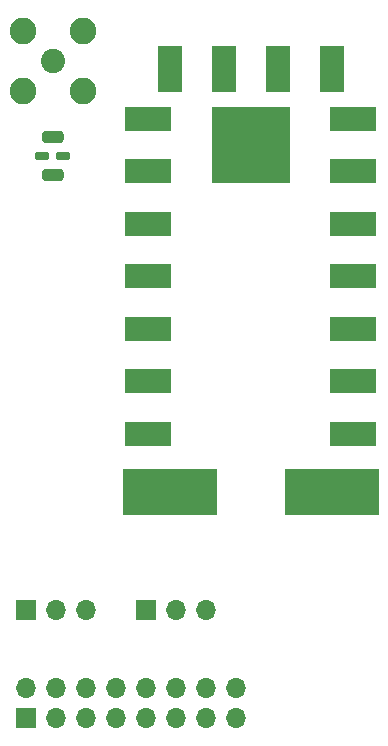
<source format=gbs>
%TF.GenerationSoftware,KiCad,Pcbnew,(6.0.0)*%
%TF.CreationDate,2021-12-26T21:14:17+01:00*%
%TF.ProjectId,TRX_Board,5452585f-426f-4617-9264-2e6b69636164,V 1.0*%
%TF.SameCoordinates,Original*%
%TF.FileFunction,Soldermask,Bot*%
%TF.FilePolarity,Negative*%
%FSLAX46Y46*%
G04 Gerber Fmt 4.6, Leading zero omitted, Abs format (unit mm)*
G04 Created by KiCad (PCBNEW (6.0.0)) date 2021-12-26 21:14:17*
%MOMM*%
%LPD*%
G01*
G04 APERTURE LIST*
G04 Aperture macros list*
%AMRoundRect*
0 Rectangle with rounded corners*
0 $1 Rounding radius*
0 $2 $3 $4 $5 $6 $7 $8 $9 X,Y pos of 4 corners*
0 Add a 4 corners polygon primitive as box body*
4,1,4,$2,$3,$4,$5,$6,$7,$8,$9,$2,$3,0*
0 Add four circle primitives for the rounded corners*
1,1,$1+$1,$2,$3*
1,1,$1+$1,$4,$5*
1,1,$1+$1,$6,$7*
1,1,$1+$1,$8,$9*
0 Add four rect primitives between the rounded corners*
20,1,$1+$1,$2,$3,$4,$5,0*
20,1,$1+$1,$4,$5,$6,$7,0*
20,1,$1+$1,$6,$7,$8,$9,0*
20,1,$1+$1,$8,$9,$2,$3,0*%
G04 Aperture macros list end*
%ADD10R,4.000000X2.000000*%
%ADD11R,2.000000X4.000000*%
%ADD12R,6.600000X6.500000*%
%ADD13R,8.000000X4.000000*%
%ADD14C,2.050000*%
%ADD15C,2.250000*%
%ADD16R,1.700000X1.700000*%
%ADD17O,1.700000X1.700000*%
%ADD18RoundRect,0.249600X0.650400X-0.270400X0.650400X0.270400X-0.650400X0.270400X-0.650400X-0.270400X0*%
%ADD19RoundRect,0.152500X0.470000X-0.152500X0.470000X0.152500X-0.470000X0.152500X-0.470000X-0.152500X0*%
%ADD20C,0.610000*%
G04 APERTURE END LIST*
D10*
%TO.C,U3*%
X135700000Y-100650000D03*
X135700000Y-96200000D03*
X135700000Y-91750000D03*
X135700000Y-87300000D03*
X135700000Y-82850000D03*
X135700000Y-78400000D03*
X135700000Y-73950000D03*
D11*
X133858000Y-69774000D03*
X129286000Y-69774000D03*
X124714000Y-69774000D03*
X120142000Y-69774000D03*
D10*
X118300000Y-73950000D03*
X118300000Y-78400000D03*
X118300000Y-82850000D03*
X118300000Y-87300000D03*
X118300000Y-91750000D03*
X118300000Y-96200000D03*
X118300000Y-100650000D03*
D12*
X127000000Y-76200000D03*
D13*
X133858000Y-105588000D03*
X120142000Y-105588000D03*
%TD*%
D14*
%TO.C,J2*%
X110236000Y-69088000D03*
D15*
X107696000Y-66548000D03*
X112776000Y-71628000D03*
X112776000Y-66548000D03*
X107696000Y-71628000D03*
%TD*%
D16*
%TO.C,J3*%
X107950000Y-115570000D03*
D17*
X110490000Y-115570000D03*
X113030000Y-115570000D03*
%TD*%
D16*
%TO.C,J1*%
X107950000Y-124714000D03*
D17*
X107950000Y-122174000D03*
X110490000Y-124714000D03*
X110490000Y-122174000D03*
X113030000Y-124714000D03*
X113030000Y-122174000D03*
X115570000Y-124714000D03*
X115570000Y-122174000D03*
X118110000Y-124714000D03*
X118110000Y-122174000D03*
X120650000Y-124714000D03*
X120650000Y-122174000D03*
X123190000Y-124714000D03*
X123190000Y-122174000D03*
X125730000Y-124714000D03*
X125730000Y-122174000D03*
%TD*%
D16*
%TO.C,J4*%
X118110000Y-115570000D03*
D17*
X120650000Y-115570000D03*
X123190000Y-115570000D03*
%TD*%
D18*
%TO.C,FL1*%
X110236000Y-78740000D03*
D19*
X109308500Y-77115000D03*
D20*
X109131000Y-77115000D03*
D18*
X110236000Y-75490000D03*
D20*
X111341000Y-77115000D03*
D19*
X111163500Y-77115000D03*
%TD*%
M02*

</source>
